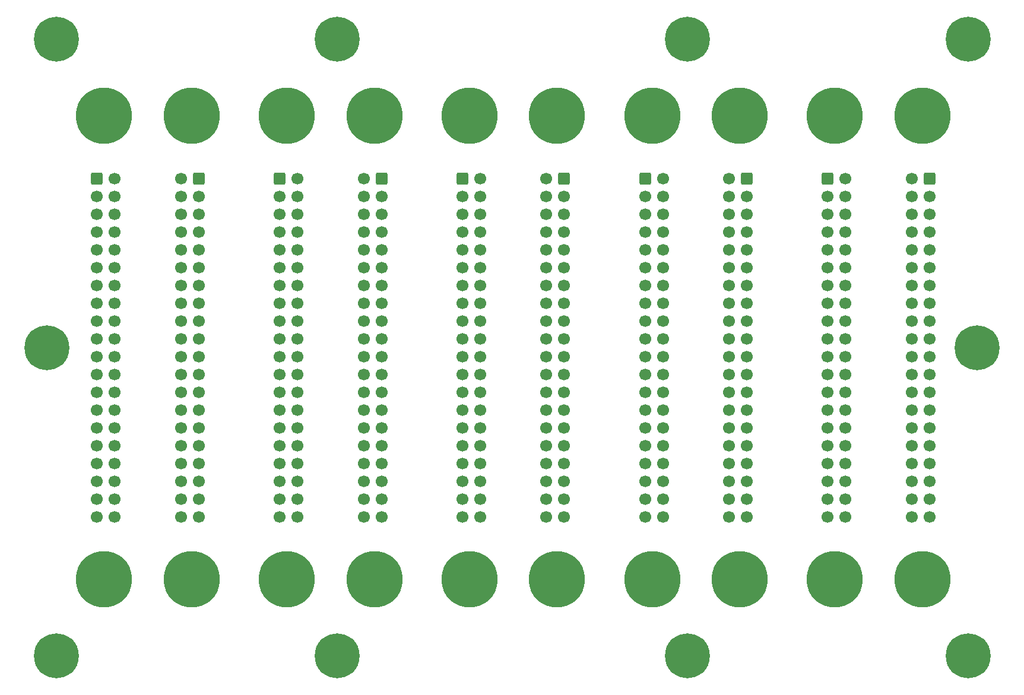
<source format=gbr>
%TF.GenerationSoftware,KiCad,Pcbnew,9.99.0-unknown-b0b07bbc41~182~ubuntu22.04.1*%
%TF.CreationDate,2025-08-08T10:17:54+02:00*%
%TF.ProjectId,CP70_front_flatcable,43503730-5f66-4726-9f6e-745f666c6174,rev?*%
%TF.SameCoordinates,Original*%
%TF.FileFunction,Soldermask,Bot*%
%TF.FilePolarity,Negative*%
%FSLAX46Y46*%
G04 Gerber Fmt 4.6, Leading zero omitted, Abs format (unit mm)*
G04 Created by KiCad (PCBNEW 9.99.0-unknown-b0b07bbc41~182~ubuntu22.04.1) date 2025-08-08 10:17:54*
%MOMM*%
%LPD*%
G01*
G04 APERTURE LIST*
G04 Aperture macros list*
%AMRoundRect*
0 Rectangle with rounded corners*
0 $1 Rounding radius*
0 $2 $3 $4 $5 $6 $7 $8 $9 X,Y pos of 4 corners*
0 Add a 4 corners polygon primitive as box body*
4,1,4,$2,$3,$4,$5,$6,$7,$8,$9,$2,$3,0*
0 Add four circle primitives for the rounded corners*
1,1,$1+$1,$2,$3*
1,1,$1+$1,$4,$5*
1,1,$1+$1,$6,$7*
1,1,$1+$1,$8,$9*
0 Add four rect primitives between the rounded corners*
20,1,$1+$1,$2,$3,$4,$5,0*
20,1,$1+$1,$4,$5,$6,$7,0*
20,1,$1+$1,$6,$7,$8,$9,0*
20,1,$1+$1,$8,$9,$2,$3,0*%
G04 Aperture macros list end*
%ADD10C,0.800000*%
%ADD11C,6.400000*%
%ADD12RoundRect,0.250000X-0.600000X-0.600000X0.600000X-0.600000X0.600000X0.600000X-0.600000X0.600000X0*%
%ADD13C,1.700000*%
%ADD14C,8.000000*%
%ADD15RoundRect,0.250000X0.600000X0.600000X-0.600000X0.600000X-0.600000X-0.600000X0.600000X-0.600000X0*%
G04 APERTURE END LIST*
D10*
%TO.C,H106*%
X74700000Y-92600000D03*
X75402944Y-90902944D03*
X75402944Y-94297056D03*
X77100000Y-90200000D03*
D11*
X77100000Y-92600000D03*
D10*
X77100000Y-95000000D03*
X78797056Y-90902944D03*
X78797056Y-94297056D03*
X79500000Y-92600000D03*
%TD*%
%TO.C,H105*%
X207400000Y-92600000D03*
X208102944Y-90902944D03*
X208102944Y-94297056D03*
X209800000Y-90200000D03*
D11*
X209800000Y-92600000D03*
D10*
X209800000Y-95000000D03*
X211497056Y-90902944D03*
X211497056Y-94297056D03*
X212200000Y-92600000D03*
%TD*%
%TO.C,H104*%
X166100000Y-48600000D03*
X166802944Y-46902944D03*
X166802944Y-50297056D03*
X168500000Y-46200000D03*
D11*
X168500000Y-48600000D03*
D10*
X168500000Y-51000000D03*
X170197056Y-46902944D03*
X170197056Y-50297056D03*
X170900000Y-48600000D03*
%TD*%
%TO.C,H103*%
X116100000Y-48600000D03*
X116802944Y-46902944D03*
X116802944Y-50297056D03*
X118500000Y-46200000D03*
D11*
X118500000Y-48600000D03*
D10*
X118500000Y-51000000D03*
X120197056Y-46902944D03*
X120197056Y-50297056D03*
X120900000Y-48600000D03*
%TD*%
%TO.C,H102*%
X166100000Y-136600000D03*
X166802944Y-134902944D03*
X166802944Y-138297056D03*
X168500000Y-134200000D03*
D11*
X168500000Y-136600000D03*
D10*
X168500000Y-139000000D03*
X170197056Y-134902944D03*
X170197056Y-138297056D03*
X170900000Y-136600000D03*
%TD*%
%TO.C,H101*%
X116100000Y-136600000D03*
X116802944Y-134902944D03*
X116802944Y-138297056D03*
X118500000Y-134200000D03*
D11*
X118500000Y-136600000D03*
D10*
X118500000Y-139000000D03*
X120197056Y-134902944D03*
X120197056Y-138297056D03*
X120900000Y-136600000D03*
%TD*%
%TO.C,H204*%
X76100000Y-136600000D03*
X76802944Y-134902944D03*
X76802944Y-138297056D03*
X78500000Y-134200000D03*
D11*
X78500000Y-136600000D03*
D10*
X78500000Y-139000000D03*
X80197056Y-134902944D03*
X80197056Y-138297056D03*
X80900000Y-136600000D03*
%TD*%
%TO.C,H203*%
X76100000Y-48600000D03*
X76802944Y-46902944D03*
X76802944Y-50297056D03*
X78500000Y-46200000D03*
D11*
X78500000Y-48600000D03*
D10*
X78500000Y-51000000D03*
X80197056Y-46902944D03*
X80197056Y-50297056D03*
X80900000Y-48600000D03*
%TD*%
%TO.C,H202*%
X206100000Y-136600000D03*
X206802944Y-134902944D03*
X206802944Y-138297056D03*
X208500000Y-134200000D03*
D11*
X208500000Y-136600000D03*
D10*
X208500000Y-139000000D03*
X210197056Y-134902944D03*
X210197056Y-138297056D03*
X210900000Y-136600000D03*
%TD*%
%TO.C,H201*%
X206100000Y-48600000D03*
X206802944Y-46902944D03*
X206802944Y-50297056D03*
X208500000Y-46200000D03*
D11*
X208500000Y-48600000D03*
D10*
X208500000Y-51000000D03*
X210197056Y-46902944D03*
X210197056Y-50297056D03*
X210900000Y-48600000D03*
%TD*%
D12*
%TO.C,J101*%
X84247500Y-68470000D03*
D13*
X86787500Y-68470000D03*
X84247500Y-71010000D03*
X86787500Y-71010000D03*
X84247500Y-73550000D03*
X86787500Y-73550000D03*
X84247500Y-76090000D03*
X86787500Y-76090000D03*
X84247500Y-78630000D03*
X86787500Y-78630000D03*
X84247500Y-81170000D03*
X86787500Y-81170000D03*
X84247500Y-83710000D03*
X86787500Y-83710000D03*
X84247500Y-86250000D03*
X86787500Y-86250000D03*
X84247500Y-88790000D03*
X86787500Y-88790000D03*
X84247500Y-91330000D03*
X86787500Y-91330000D03*
X84247500Y-93870000D03*
X86787500Y-93870000D03*
X84247500Y-96410000D03*
X86787500Y-96410000D03*
X84247500Y-98950000D03*
X86787500Y-98950000D03*
X84247500Y-101490000D03*
X86787500Y-101490000D03*
X84247500Y-104030000D03*
X86787500Y-104030000D03*
X84247500Y-106570000D03*
X86787500Y-106570000D03*
X84247500Y-109110000D03*
X86787500Y-109110000D03*
X84247500Y-111650000D03*
X86787500Y-111650000D03*
X84247500Y-114190000D03*
X86787500Y-114190000D03*
X84247500Y-116730000D03*
X86787500Y-116730000D03*
D14*
X85267500Y-59530000D03*
X85267500Y-125670000D03*
%TD*%
D12*
%TO.C,J102*%
X110302500Y-68470000D03*
D13*
X112842500Y-68470000D03*
X110302500Y-71010000D03*
X112842500Y-71010000D03*
X110302500Y-73550000D03*
X112842500Y-73550000D03*
X110302500Y-76090000D03*
X112842500Y-76090000D03*
X110302500Y-78630000D03*
X112842500Y-78630000D03*
X110302500Y-81170000D03*
X112842500Y-81170000D03*
X110302500Y-83710000D03*
X112842500Y-83710000D03*
X110302500Y-86250000D03*
X112842500Y-86250000D03*
X110302500Y-88790000D03*
X112842500Y-88790000D03*
X110302500Y-91330000D03*
X112842500Y-91330000D03*
X110302500Y-93870000D03*
X112842500Y-93870000D03*
X110302500Y-96410000D03*
X112842500Y-96410000D03*
X110302500Y-98950000D03*
X112842500Y-98950000D03*
X110302500Y-101490000D03*
X112842500Y-101490000D03*
X110302500Y-104030000D03*
X112842500Y-104030000D03*
X110302500Y-106570000D03*
X112842500Y-106570000D03*
X110302500Y-109110000D03*
X112842500Y-109110000D03*
X110302500Y-111650000D03*
X112842500Y-111650000D03*
X110302500Y-114190000D03*
X112842500Y-114190000D03*
X110302500Y-116730000D03*
X112842500Y-116730000D03*
D14*
X111322500Y-59530000D03*
X111322500Y-125670000D03*
%TD*%
D12*
%TO.C,J108*%
X188467500Y-68470000D03*
D13*
X191007500Y-68470000D03*
X188467500Y-71010000D03*
X191007500Y-71010000D03*
X188467500Y-73550000D03*
X191007500Y-73550000D03*
X188467500Y-76090000D03*
X191007500Y-76090000D03*
X188467500Y-78630000D03*
X191007500Y-78630000D03*
X188467500Y-81170000D03*
X191007500Y-81170000D03*
X188467500Y-83710000D03*
X191007500Y-83710000D03*
X188467500Y-86250000D03*
X191007500Y-86250000D03*
X188467500Y-88790000D03*
X191007500Y-88790000D03*
X188467500Y-91330000D03*
X191007500Y-91330000D03*
X188467500Y-93870000D03*
X191007500Y-93870000D03*
X188467500Y-96410000D03*
X191007500Y-96410000D03*
X188467500Y-98950000D03*
X191007500Y-98950000D03*
X188467500Y-101490000D03*
X191007500Y-101490000D03*
X188467500Y-104030000D03*
X191007500Y-104030000D03*
X188467500Y-106570000D03*
X191007500Y-106570000D03*
X188467500Y-109110000D03*
X191007500Y-109110000D03*
X188467500Y-111650000D03*
X191007500Y-111650000D03*
X188467500Y-114190000D03*
X191007500Y-114190000D03*
X188467500Y-116730000D03*
X191007500Y-116730000D03*
D14*
X189487500Y-59530000D03*
X189487500Y-125670000D03*
%TD*%
D12*
%TO.C,J106*%
X162412500Y-68470000D03*
D13*
X164952500Y-68470000D03*
X162412500Y-71010000D03*
X164952500Y-71010000D03*
X162412500Y-73550000D03*
X164952500Y-73550000D03*
X162412500Y-76090000D03*
X164952500Y-76090000D03*
X162412500Y-78630000D03*
X164952500Y-78630000D03*
X162412500Y-81170000D03*
X164952500Y-81170000D03*
X162412500Y-83710000D03*
X164952500Y-83710000D03*
X162412500Y-86250000D03*
X164952500Y-86250000D03*
X162412500Y-88790000D03*
X164952500Y-88790000D03*
X162412500Y-91330000D03*
X164952500Y-91330000D03*
X162412500Y-93870000D03*
X164952500Y-93870000D03*
X162412500Y-96410000D03*
X164952500Y-96410000D03*
X162412500Y-98950000D03*
X164952500Y-98950000D03*
X162412500Y-101490000D03*
X164952500Y-101490000D03*
X162412500Y-104030000D03*
X164952500Y-104030000D03*
X162412500Y-106570000D03*
X164952500Y-106570000D03*
X162412500Y-109110000D03*
X164952500Y-109110000D03*
X162412500Y-111650000D03*
X164952500Y-111650000D03*
X162412500Y-114190000D03*
X164952500Y-114190000D03*
X162412500Y-116730000D03*
X164952500Y-116730000D03*
D14*
X163432500Y-59530000D03*
X163432500Y-125670000D03*
%TD*%
D12*
%TO.C,J104*%
X136357500Y-68470000D03*
D13*
X138897500Y-68470000D03*
X136357500Y-71010000D03*
X138897500Y-71010000D03*
X136357500Y-73550000D03*
X138897500Y-73550000D03*
X136357500Y-76090000D03*
X138897500Y-76090000D03*
X136357500Y-78630000D03*
X138897500Y-78630000D03*
X136357500Y-81170000D03*
X138897500Y-81170000D03*
X136357500Y-83710000D03*
X138897500Y-83710000D03*
X136357500Y-86250000D03*
X138897500Y-86250000D03*
X136357500Y-88790000D03*
X138897500Y-88790000D03*
X136357500Y-91330000D03*
X138897500Y-91330000D03*
X136357500Y-93870000D03*
X138897500Y-93870000D03*
X136357500Y-96410000D03*
X138897500Y-96410000D03*
X136357500Y-98950000D03*
X138897500Y-98950000D03*
X136357500Y-101490000D03*
X138897500Y-101490000D03*
X136357500Y-104030000D03*
X138897500Y-104030000D03*
X136357500Y-106570000D03*
X138897500Y-106570000D03*
X136357500Y-109110000D03*
X138897500Y-109110000D03*
X136357500Y-111650000D03*
X138897500Y-111650000D03*
X136357500Y-114190000D03*
X138897500Y-114190000D03*
X136357500Y-116730000D03*
X138897500Y-116730000D03*
D14*
X137377500Y-59530000D03*
X137377500Y-125670000D03*
%TD*%
D15*
%TO.C,J107*%
X176945000Y-68470000D03*
D13*
X174405000Y-68470000D03*
X176945000Y-71010000D03*
X174405000Y-71010000D03*
X176945000Y-73550000D03*
X174405000Y-73550000D03*
X176945000Y-76090000D03*
X174405000Y-76090000D03*
X176945000Y-78630000D03*
X174405000Y-78630000D03*
X176945000Y-81170000D03*
X174405000Y-81170000D03*
X176945000Y-83710000D03*
X174405000Y-83710000D03*
X176945000Y-86250000D03*
X174405000Y-86250000D03*
X176945000Y-88790000D03*
X174405000Y-88790000D03*
X176945000Y-91330000D03*
X174405000Y-91330000D03*
X176945000Y-93870000D03*
X174405000Y-93870000D03*
X176945000Y-96410000D03*
X174405000Y-96410000D03*
X176945000Y-98950000D03*
X174405000Y-98950000D03*
X176945000Y-101490000D03*
X174405000Y-101490000D03*
X176945000Y-104030000D03*
X174405000Y-104030000D03*
X176945000Y-106570000D03*
X174405000Y-106570000D03*
X176945000Y-109110000D03*
X174405000Y-109110000D03*
X176945000Y-111650000D03*
X174405000Y-111650000D03*
X176945000Y-114190000D03*
X174405000Y-114190000D03*
X176945000Y-116730000D03*
X174405000Y-116730000D03*
D14*
X175925000Y-125670000D03*
X175925000Y-59530000D03*
%TD*%
D15*
%TO.C,J109*%
X203000000Y-68470000D03*
D13*
X200460000Y-68470000D03*
X203000000Y-71010000D03*
X200460000Y-71010000D03*
X203000000Y-73550000D03*
X200460000Y-73550000D03*
X203000000Y-76090000D03*
X200460000Y-76090000D03*
X203000000Y-78630000D03*
X200460000Y-78630000D03*
X203000000Y-81170000D03*
X200460000Y-81170000D03*
X203000000Y-83710000D03*
X200460000Y-83710000D03*
X203000000Y-86250000D03*
X200460000Y-86250000D03*
X203000000Y-88790000D03*
X200460000Y-88790000D03*
X203000000Y-91330000D03*
X200460000Y-91330000D03*
X203000000Y-93870000D03*
X200460000Y-93870000D03*
X203000000Y-96410000D03*
X200460000Y-96410000D03*
X203000000Y-98950000D03*
X200460000Y-98950000D03*
X203000000Y-101490000D03*
X200460000Y-101490000D03*
X203000000Y-104030000D03*
X200460000Y-104030000D03*
X203000000Y-106570000D03*
X200460000Y-106570000D03*
X203000000Y-109110000D03*
X200460000Y-109110000D03*
X203000000Y-111650000D03*
X200460000Y-111650000D03*
X203000000Y-114190000D03*
X200460000Y-114190000D03*
X203000000Y-116730000D03*
X200460000Y-116730000D03*
D14*
X201980000Y-125670000D03*
X201980000Y-59530000D03*
%TD*%
D15*
%TO.C,J202*%
X98780000Y-68470000D03*
D13*
X96240000Y-68470000D03*
X98780000Y-71010000D03*
X96240000Y-71010000D03*
X98780000Y-73550000D03*
X96240000Y-73550000D03*
X98780000Y-76090000D03*
X96240000Y-76090000D03*
X98780000Y-78630000D03*
X96240000Y-78630000D03*
X98780000Y-81170000D03*
X96240000Y-81170000D03*
X98780000Y-83710000D03*
X96240000Y-83710000D03*
X98780000Y-86250000D03*
X96240000Y-86250000D03*
X98780000Y-88790000D03*
X96240000Y-88790000D03*
X98780000Y-91330000D03*
X96240000Y-91330000D03*
X98780000Y-93870000D03*
X96240000Y-93870000D03*
X98780000Y-96410000D03*
X96240000Y-96410000D03*
X98780000Y-98950000D03*
X96240000Y-98950000D03*
X98780000Y-101490000D03*
X96240000Y-101490000D03*
X98780000Y-104030000D03*
X96240000Y-104030000D03*
X98780000Y-106570000D03*
X96240000Y-106570000D03*
X98780000Y-109110000D03*
X96240000Y-109110000D03*
X98780000Y-111650000D03*
X96240000Y-111650000D03*
X98780000Y-114190000D03*
X96240000Y-114190000D03*
X98780000Y-116730000D03*
X96240000Y-116730000D03*
D14*
X97760000Y-125670000D03*
X97760000Y-59530000D03*
%TD*%
D15*
%TO.C,J105*%
X150890000Y-68470000D03*
D13*
X148350000Y-68470000D03*
X150890000Y-71010000D03*
X148350000Y-71010000D03*
X150890000Y-73550000D03*
X148350000Y-73550000D03*
X150890000Y-76090000D03*
X148350000Y-76090000D03*
X150890000Y-78630000D03*
X148350000Y-78630000D03*
X150890000Y-81170000D03*
X148350000Y-81170000D03*
X150890000Y-83710000D03*
X148350000Y-83710000D03*
X150890000Y-86250000D03*
X148350000Y-86250000D03*
X150890000Y-88790000D03*
X148350000Y-88790000D03*
X150890000Y-91330000D03*
X148350000Y-91330000D03*
X150890000Y-93870000D03*
X148350000Y-93870000D03*
X150890000Y-96410000D03*
X148350000Y-96410000D03*
X150890000Y-98950000D03*
X148350000Y-98950000D03*
X150890000Y-101490000D03*
X148350000Y-101490000D03*
X150890000Y-104030000D03*
X148350000Y-104030000D03*
X150890000Y-106570000D03*
X148350000Y-106570000D03*
X150890000Y-109110000D03*
X148350000Y-109110000D03*
X150890000Y-111650000D03*
X148350000Y-111650000D03*
X150890000Y-114190000D03*
X148350000Y-114190000D03*
X150890000Y-116730000D03*
X148350000Y-116730000D03*
D14*
X149870000Y-125670000D03*
X149870000Y-59530000D03*
%TD*%
D15*
%TO.C,J103*%
X124835000Y-68470000D03*
D13*
X122295000Y-68470000D03*
X124835000Y-71010000D03*
X122295000Y-71010000D03*
X124835000Y-73550000D03*
X122295000Y-73550000D03*
X124835000Y-76090000D03*
X122295000Y-76090000D03*
X124835000Y-78630000D03*
X122295000Y-78630000D03*
X124835000Y-81170000D03*
X122295000Y-81170000D03*
X124835000Y-83710000D03*
X122295000Y-83710000D03*
X124835000Y-86250000D03*
X122295000Y-86250000D03*
X124835000Y-88790000D03*
X122295000Y-88790000D03*
X124835000Y-91330000D03*
X122295000Y-91330000D03*
X124835000Y-93870000D03*
X122295000Y-93870000D03*
X124835000Y-96410000D03*
X122295000Y-96410000D03*
X124835000Y-98950000D03*
X122295000Y-98950000D03*
X124835000Y-101490000D03*
X122295000Y-101490000D03*
X124835000Y-104030000D03*
X122295000Y-104030000D03*
X124835000Y-106570000D03*
X122295000Y-106570000D03*
X124835000Y-109110000D03*
X122295000Y-109110000D03*
X124835000Y-111650000D03*
X122295000Y-111650000D03*
X124835000Y-114190000D03*
X122295000Y-114190000D03*
X124835000Y-116730000D03*
X122295000Y-116730000D03*
D14*
X123815000Y-125670000D03*
X123815000Y-59530000D03*
%TD*%
M02*

</source>
